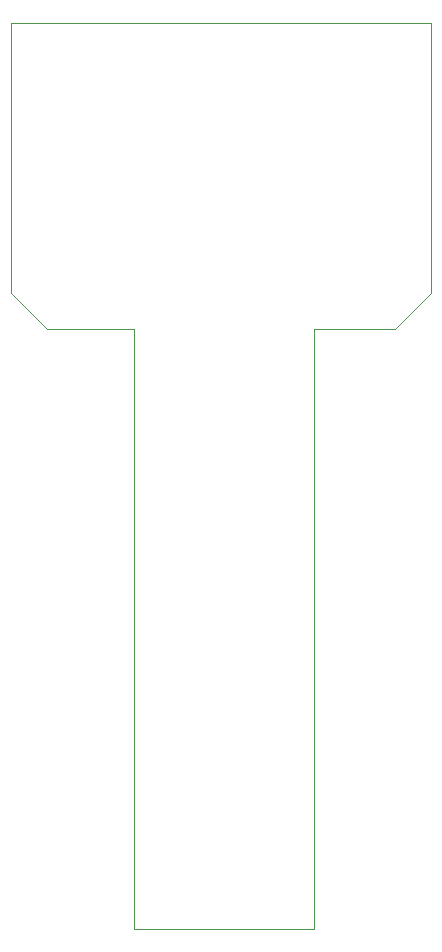
<source format=gm1>
G04 #@! TF.FileFunction,Profile,NP*
%FSLAX46Y46*%
G04 Gerber Fmt 4.6, Leading zero omitted, Abs format (unit mm)*
G04 Created by KiCad (PCBNEW 4.0.2+dfsg1-stable) date Do 23 Aug 2018 15:09:30 CEST*
%MOMM*%
G01*
G04 APERTURE LIST*
%ADD10C,0.100000*%
G04 APERTURE END LIST*
D10*
X135636000Y-88392000D02*
X135636000Y-65532000D01*
X125730000Y-91440000D02*
X132588000Y-91440000D01*
X103124000Y-91440000D02*
X110490000Y-91440000D01*
X100076000Y-88392000D02*
X103124000Y-91440000D01*
X110490000Y-142240000D02*
X125730000Y-142240000D01*
X125730000Y-91440000D02*
X125730000Y-142240000D01*
X132588000Y-91440000D02*
X135636000Y-88392000D01*
X110490000Y-91440000D02*
X110490000Y-142240000D01*
X100076000Y-65532000D02*
X100076000Y-88392000D01*
X135636000Y-65532000D02*
X100076000Y-65532000D01*
M02*

</source>
